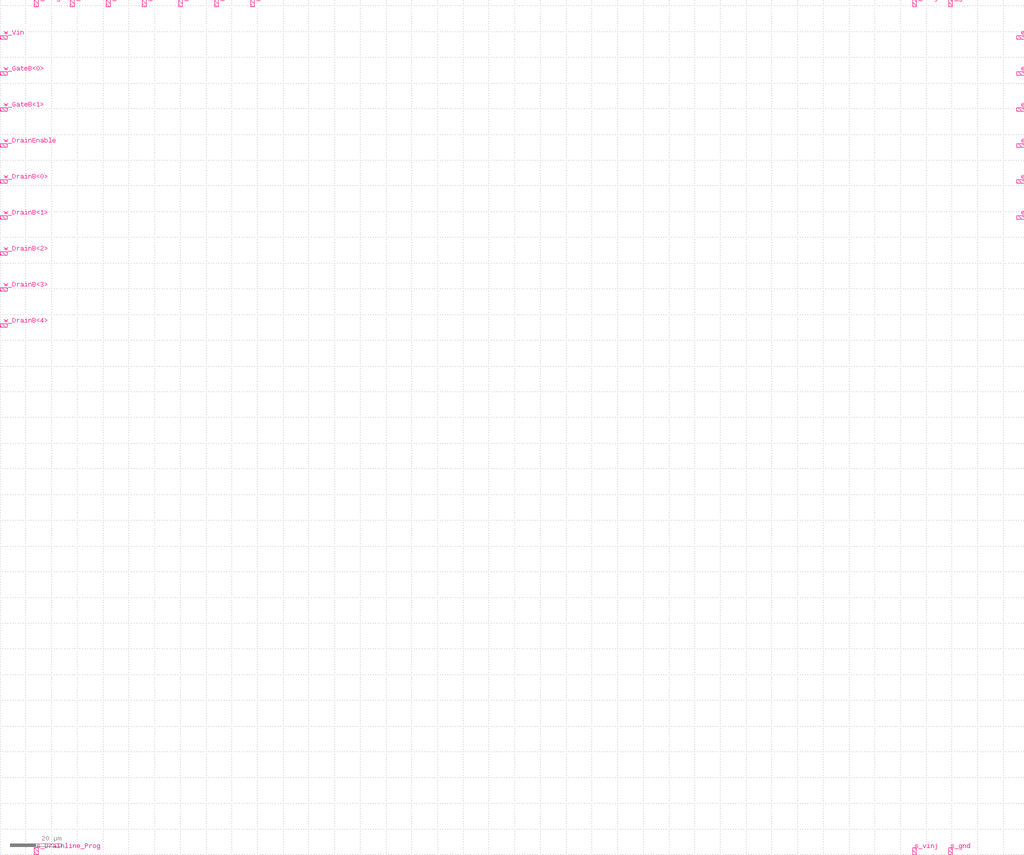
<source format=lef>
VERSION 5.5 ;
NAMESCASESENSITIVE ON ;
BUSBITCHARS "[]" ;
DIVIDERCHAR "/" ;

PROPERTYDEFINITIONS
  LAYER routingPitch REAL ;
END PROPERTYDEFINITIONS

UNITS
  DATABASE MICRONS 1000 ;
END UNITS
MANUFACTURINGGRID 0.01 ;
LAYER POLY1
  TYPE MASTERSLICE ;
END POLY1

LAYER CONT
  TYPE CUT ;
  SPACING 0.4 ;
END CONT

LAYER METAL1
  TYPE ROUTING ;
  DIRECTION HORIZONTAL ;
  PITCH 0 ;
  WIDTH 0.5 ;
  SPACING 0.45 ;
  PROPERTY routingPitch 1.25 ;
END METAL1

LAYER VIA12
  TYPE CUT ;
  SPACING 0.45 ;
END VIA12

LAYER METAL2
  TYPE ROUTING ;
  DIRECTION VERTICAL ;
  PITCH 0 ;
  WIDTH 0.6 ;
  SPACING 0.5 ;
  PROPERTY routingPitch 1.4 ;
END METAL2

LAYER VIA23
  TYPE CUT ;
  SPACING 0.45 ;
END VIA23

LAYER METAL3
  TYPE ROUTING ;
  DIRECTION HORIZONTAL ;
  PITCH 0 ;
  WIDTH 0.6 ;
  SPACING 0.5 ;
  PROPERTY routingPitch 1.25 ;
END METAL3

LAYER VIA34
  TYPE CUT ;
  SPACING 0.45 ;
END VIA34

LAYER METAL4
  TYPE ROUTING ;
  DIRECTION VERTICAL ;
  PITCH 0 ;
  WIDTH 0.6 ;
  SPACING 0.6 ;
  PROPERTY routingPitch 1.4 ;
END METAL4

LAYER OVERLAP
  TYPE OVERLAP ;
END OVERLAP

VIARULE M4_M3 GENERATE
  LAYER METAL3 ;
    ENCLOSURE 0.2 0.2 ;
  LAYER METAL4 ;
    ENCLOSURE 0.15 0.15 ;
  LAYER VIA34 ;
    RECT -0.25 -0.25 0.25 0.25 ;
    SPACING 1 BY 1 ;
END M4_M3

VIARULE M3_M2 GENERATE
  LAYER METAL2 ;
    ENCLOSURE 0.2 0.2 ;
  LAYER METAL3 ;
    ENCLOSURE 0.15 0.15 ;
  LAYER VIA23 ;
    RECT -0.25 -0.25 0.25 0.25 ;
    SPACING 1 BY 1 ;
END M3_M2

VIARULE M2_M1 GENERATE
  LAYER METAL1 ;
    ENCLOSURE 0.2 0.2 ;
  LAYER METAL2 ;
    ENCLOSURE 0.15 0.15 ;
  LAYER VIA12 ;
    RECT -0.25 -0.25 0.25 0.25 ;
    SPACING 1 BY 1 ;
END M2_M1

VIARULE M1_POLY1 GENERATE
  LAYER POLY1 ;
    ENCLOSURE 0.2 0.2 ;
  LAYER METAL1 ;
    ENCLOSURE 0.15 0.15 ;
  LAYER CONT ;
    RECT -0.2 -0.2 0.2 0.2 ;
    SPACING 1 BY 1 ;
END M1_POLY1

VIA M1_POLY1
  LAYER CONT ;
    RECT -0.2 -0.2 0.2 0.2 ;
  LAYER POLY1 ;
    RECT -0.4 -0.4 0.4 0.4 ;
  LAYER METAL1 ;
    RECT -0.35 -0.35 0.35 0.35 ;
END M1_POLY1

VIA M2_M1
  LAYER VIA12 ;
    RECT -0.25 -0.25 0.25 0.25 ;
  LAYER METAL2 ;
    RECT -0.4 -0.4 0.4 0.4 ;
  LAYER METAL1 ;
    RECT -0.45 -0.45 0.45 0.45 ;
END M2_M1

VIA M3_M2
  LAYER VIA23 ;
    RECT -0.25 -0.25 0.25 0.25 ;
  LAYER METAL3 ;
    RECT -0.4 -0.4 0.4 0.4 ;
  LAYER METAL2 ;
    RECT -0.45 -0.45 0.45 0.45 ;
END M3_M2

VIA M4_M3
  LAYER VIA34 ;
    RECT -0.25 -0.25 0.25 0.25 ;
  LAYER METAL4 ;
    RECT -0.4 -0.4 0.4 0.4 ;
  LAYER METAL3 ;
    RECT -0.45 -0.45 0.45 0.45 ;
END M4_M3


MACRO TSMC350nm_VinjDecode2to4_vtile_spacing
END TSMC350nm_VinjDecode2to4_vtile_spacing

MACRO TSMC350nm_VinjDecode2to4_vtile_bridge_spacing
END TSMC350nm_VinjDecode2to4_vtile_bridge_spacing

MACRO TSMC350nm_VinjDecode2to4_vtile_D_bridge
END TSMC350nm_VinjDecode2to4_vtile_D_bridge

MACRO TSMC350nm_VinjDecode2to4_vtile
  PIN Vinj
    DIRECTION INOUT ;
    USE SIGNAL ;
    PORT
      LAYER METAL1 ;
        RECT 7.78 11.04 9.06 11.45 ;
    END
  END Vinj
  PIN OUT<0>
    DIRECTION INOUT ;
    USE SIGNAL ;
    PORT
      LAYER METAL1 ;
        RECT 19.66 18.91 20.11 19.59 ;
    END
  END OUT<0>
  PIN OUT<1>
    DIRECTION INOUT ;
    USE SIGNAL ;
    PORT
      LAYER METAL1 ;
        RECT 19.66 13.41 20.12 14.1 ;
    END
  END OUT<1>
  PIN OUT<2>
    DIRECTION INOUT ;
    USE SIGNAL ;
    PORT
      LAYER METAL1 ;
        RECT 19.66 7.92 20.11 8.59 ;
    END
  END OUT<2>
  PIN OUT<3>
    DIRECTION INOUT ;
    USE SIGNAL ;
    PORT
      LAYER METAL1 ;
        RECT 19.66 2.41 20.11 3.09 ;
    END
  END OUT<3>
  PIN ENABLE
    DIRECTION INOUT ;
    USE SIGNAL ;
    PORT
      LAYER METAL1 ;
        RECT 0.01 3.48 0.71 4.21 ;
    END
  END ENABLE
  PIN GND
    DIRECTION INOUT ;
    USE SIGNAL ;
    PORT
      LAYER METAL1 ;
        RECT 19.52 5.0 20.12 5.99 ;
    END
  END GND
  PIN VINJ
    DIRECTION INOUT ;
    USE SIGNAL ;
    PORT
      LAYER METAL1 ;
        RECT 19.15 21.56 20.05 21.96 ;
    END
  END VINJ
  PIN IN<1>
    DIRECTION INOUT ;
    USE SIGNAL ;
    PORT
      LAYER METAL2 ;
        RECT 6.56 20.89 7.5 22.0 ;
    END
  END IN<1>
  PIN IN<0>
    DIRECTION INOUT ;
    USE SIGNAL ;
    PORT
      LAYER METAL2 ;
        RECT 3.9 20.96 4.5 22.0 ;
    END
  END IN<0>
END TSMC350nm_VinjDecode2to4_vtile

MACRO TSMC350nm_VinjDecode2to4_vtile_C_bridge
END TSMC350nm_VinjDecode2to4_vtile_C_bridge

MACRO TSMC350nm_VinjDecode2to4_vtile_B_bridge
END TSMC350nm_VinjDecode2to4_vtile_B_bridge

MACRO TSMC350nm_VinjDecode2to4_vtile_A_bridge
END TSMC350nm_VinjDecode2to4_vtile_A_bridge

MACRO TSMC350nm_drainSelect_progrundrains
  PIN prog_drain<3>
    DIRECTION INOUT ;
    USE SIGNAL ;
    PORT
      LAYER METAL1 ;
        RECT 30.93 0.93 31.86 1.43 ;
    END
  END prog_drain<3>
  PIN prog_drain<2>
    DIRECTION INOUT ;
    USE SIGNAL ;
    PORT
      LAYER METAL1 ;
        RECT 30.97 9.62 31.86 10.12 ;
    END
  END prog_drain<2>
  PIN prog_drain<1>
    DIRECTION INOUT ;
    USE SIGNAL ;
    PORT
      LAYER METAL1 ;
        RECT 31.0 13.97 31.86 14.47 ;
    END
  END prog_drain<1>
  PIN run_drain<3>
    DIRECTION INOUT ;
    USE SIGNAL ;
    PORT
      LAYER METAL1 ;
        RECT 31.01 2.45 31.86 2.95 ;
    END
  END run_drain<3>
  PIN run_drain<2>
    DIRECTION INOUT ;
    USE SIGNAL ;
    PORT
      LAYER METAL1 ;
        RECT 30.94 5.31 31.86 5.81 ;
    END
  END run_drain<2>
  PIN prog_drain<0>
    DIRECTION INOUT ;
    USE SIGNAL ;
    PORT
      LAYER METAL1 ;
        RECT 31.12 20.75 31.86 21.25 ;
    END
  END prog_drain<0>
  PIN GND
    DIRECTION INOUT ;
    USE SIGNAL ;
    PORT
      LAYER METAL2 ;
        RECT 4.19 21.33 4.99 22.0 ;
    END
  END GND
  PIN VINJ
    DIRECTION INOUT ;
    USE SIGNAL ;
    PORT
      LAYER METAL1 ;
        RECT 1.4 21.5 2.8 22.0 ;
    END
  END VINJ
  PIN run_drain<0>
    DIRECTION INOUT ;
    USE SIGNAL ;
    PORT
      LAYER METAL1 ;
        RECT 31.01 19.56 31.86 20.06 ;
    END
  END run_drain<0>
  PIN run_drain<1>
    DIRECTION INOUT ;
    USE SIGNAL ;
    PORT
      LAYER METAL1 ;
        RECT 31.04 16.75 31.86 17.24 ;
    END
  END run_drain<1>
  PIN SELECT<3>
    DIRECTION INOUT ;
    USE SIGNAL ;
    PORT
      LAYER METAL1 ;
        RECT 0.0 2.54 0.67 2.97 ;
    END
  END SELECT<3>
  PIN SELET<2>
    DIRECTION INOUT ;
    USE SIGNAL ;
    PORT
      LAYER METAL1 ;
        RECT 0.0 8.03 0.67 8.46 ;
    END
  END SELET<2>
  PIN SELECT<1>
    DIRECTION INOUT ;
    USE SIGNAL ;
    PORT
      LAYER METAL1 ;
        RECT 0.0 13.54 0.67 13.97 ;
    END
  END SELECT<1>
  PIN SELECT<0>
    DIRECTION INOUT ;
    USE SIGNAL ;
    PORT
      LAYER METAL1 ;
        RECT 0.0 18.9 0.67 19.6 ;
    END
  END SELECT<0>
  PIN VINJ_b
    DIRECTION INOUT ;
    USE SIGNAL ;
    PORT
      LAYER METAL2 ;
        RECT 21.94 0.0 23.29 0.58 ;
    END
  END VINJ_b
  PIN GND_b
    DIRECTION INOUT ;
    USE SIGNAL ;
    PORT
      LAYER METAL2 ;
        RECT 17.16 0.0 18.16 0.58 ;
    END
  END GND_b
  PIN run_drainrail
    DIRECTION INOUT ;
    USE SIGNAL ;
    PORT
      LAYER METAL2 ;
        RECT 27.01 21.19 27.71 22.0 ;
    END
  END run_drainrail
  PIN prog_drainrail
    DIRECTION INOUT ;
    USE SIGNAL ;
    PORT
      LAYER METAL2 ;
        RECT 7.36 21.34 8.16 22.0 ;
    END
  END prog_drainrail
END TSMC350nm_drainSelect_progrundrains

MACRO TSMC350nm_4TGate_ST_draincutoff
  PIN In<0>
    DIRECTION INOUT ;
    USE SIGNAL ;
    PORT
      LAYER METAL1 ;
        RECT 9.96 17.5 10.6 18.45 ;
    END
  END In<0>
  PIN In<1>
    DIRECTION INOUT ;
    USE SIGNAL ;
    PORT
      LAYER METAL1 ;
        RECT 9.91 14.7 10.6 15.93 ;
    END
  END In<1>
  PIN In<2>
    DIRECTION INOUT ;
    USE SIGNAL ;
    PORT
      LAYER METAL1 ;
        RECT 10.01 6.9 10.6 7.8 ;
    END
  END In<2>
  PIN In<3>
    DIRECTION INOUT ;
    USE SIGNAL ;
    PORT
      LAYER METAL1 ;
        RECT 10.02 3.5 10.6 4.3 ;
    END
  END In<3>
  PIN A<0>
    DIRECTION INOUT ;
    USE SIGNAL ;
    PORT
      LAYER METAL1 ;
        RECT 0.0 19.56 1.4 20.06 ;
    END
  END A<0>
  PIN A<1>
    DIRECTION INOUT ;
    USE SIGNAL ;
    PORT
      LAYER METAL1 ;
        RECT 0.0 16.75 1.4 17.25 ;
    END
  END A<1>
  PIN A<2>
    DIRECTION INOUT ;
    USE SIGNAL ;
    PORT
      LAYER METAL1 ;
        RECT 0.0 5.3 1.4 5.8 ;
    END
  END A<2>
  PIN A<3>
    DIRECTION INOUT ;
    USE SIGNAL ;
    PORT
      LAYER METAL1 ;
        RECT 0.0 2.45 1.4 2.95 ;
    END
  END A<3>
  PIN P<0>
    DIRECTION INOUT ;
    USE SIGNAL ;
    PORT
      LAYER METAL1 ;
        RECT 0.0 20.75 1.4 21.25 ;
    END
  END P<0>
  PIN P<1>
    DIRECTION INOUT ;
    USE SIGNAL ;
    PORT
      LAYER METAL1 ;
        RECT 0.0 13.97 1.4 14.47 ;
    END
  END P<1>
  PIN P<2>
    DIRECTION INOUT ;
    USE SIGNAL ;
    PORT
      LAYER METAL1 ;
        RECT 0.0 9.62 1.4 10.12 ;
    END
  END P<2>
  PIN P<3>
    DIRECTION INOUT ;
    USE SIGNAL ;
    PORT
      LAYER METAL1 ;
        RECT 0.0 0.93 1.4 1.43 ;
    END
  END P<3>
  PIN PR<0>
    DIRECTION INOUT ;
    USE SIGNAL ;
    PORT
      LAYER METAL1 ;
        RECT 10.0 20.3 10.6 21.25 ;
    END
  END PR<0>
  PIN PR<1>
    DIRECTION INOUT ;
    USE SIGNAL ;
    PORT
      LAYER METAL1 ;
        RECT 10.13 11.9 10.6 12.8 ;
    END
  END PR<1>
  PIN PR<2>
    DIRECTION INOUT ;
    USE SIGNAL ;
    PORT
      LAYER METAL1 ;
        RECT 10.0 9.4 10.6 10.3 ;
    END
  END PR<2>
  PIN PR<3>
    DIRECTION INOUT ;
    USE SIGNAL ;
    PORT
      LAYER METAL1 ;
        RECT 10.0 0.7 10.6 1.6 ;
    END
  END PR<3>
  PIN VDD_b
    DIRECTION INOUT ;
    USE SIGNAL ;
    PORT
      LAYER METAL2 ;
        RECT 7.89 0.0 8.79 0.54 ;
    END
  END VDD_b
  PIN RUN
    DIRECTION INOUT ;
    USE SIGNAL ;
    PORT
      LAYER METAL2 ;
        RECT 5.9 21.13 6.5 22.0 ;
    END
  END RUN
  PIN VDD
    DIRECTION INOUT ;
    USE SIGNAL ;
    PORT
      LAYER METAL2 ;
        RECT 7.89 21.3 8.79 22.0 ;
    END
  END VDD
  PIN GND
    DIRECTION INOUT ;
    USE SIGNAL ;
    PORT
      LAYER METAL2 ;
        RECT 3.35 21.3 4.25 22.0 ;
    END
  END GND
  PIN GND_b
    DIRECTION INOUT ;
    USE SIGNAL ;
    PORT
      LAYER METAL2 ;
        RECT 3.35 0.0 4.25 0.73 ;
    END
  END GND_b
  PIN RUN_b
    DIRECTION INOUT ;
    USE SIGNAL ;
    PORT
      LAYER METAL2 ;
        RECT 5.9 0.0 6.5 0.71 ;
    END
  END RUN_b
END TSMC350nm_4TGate_ST_draincutoff

MACRO TSMC350nm_IndirectSwitches
  PIN GND_T
    DIRECTION INOUT ;
    USE SIGNAL ;
    PORT
      LAYER METAL2 ;
        RECT 15.4 21.0 16.2 22.0 ;
    END
  END GND_T
  PIN VINJ_T
    DIRECTION INOUT ;
    USE SIGNAL ;
    PORT
      LAYER METAL2 ;
        RECT 6.3 21.04 7.32 22.0 ;
    END
  END VINJ_T
  PIN VDD<1>
    DIRECTION INOUT ;
    USE SIGNAL ;
    PORT
      LAYER METAL2 ;
        RECT 24.5 0.0 25.1 0.75 ;
    END
  END VDD<1>
  PIN VTUN
    DIRECTION INOUT ;
    USE SIGNAL ;
    PORT
      LAYER METAL2 ;
        RECT 13.3 0.0 13.9 0.82 ;
    END
  END VTUN
  PIN GND<0>
    DIRECTION INOUT ;
    USE SIGNAL ;
    PORT
      LAYER METAL2 ;
        RECT 11.2 0.0 11.8 0.85 ;
    END
  END GND<0>
  PIN GNDV<1>
    DIRECTION INOUT ;
    USE SIGNAL ;
    PORT
      LAYER METAL2 ;
        RECT 15.47 0.0 15.95 1.0 ;
    END
  END GNDV<1>
  PIN VINJ
    DIRECTION INOUT ;
    USE SIGNAL ;
    PORT
      LAYER METAL2 ;
        RECT 4.2 0.0 4.8 1.0 ;
    END
  END VINJ
  PIN VDD<0>
    DIRECTION INOUT ;
    USE SIGNAL ;
    PORT
      LAYER METAL2 ;
        RECT 2.1 0.0 2.7 1.09 ;
    END
  END VDD<0>
  PIN Vg<0>
    DIRECTION INOUT ;
    USE SIGNAL ;
    PORT
      LAYER METAL2 ;
        RECT 8.4 0.005 9.0 0.825 ;
    END
  END Vg<0>
  PIN CTRL_B<0>
    DIRECTION INOUT ;
    USE SIGNAL ;
    PORT
      LAYER METAL2 ;
        RECT 6.3 0.01 6.9 0.76 ;
    END
  END CTRL_B<0>
  PIN CTRL_B<1>
    DIRECTION INOUT ;
    USE SIGNAL ;
    PORT
      LAYER METAL2 ;
        RECT 20.3 0.01 20.9 0.75 ;
    END
  END CTRL_B<1>
  PIN Vg<1>
    DIRECTION INOUT ;
    USE SIGNAL ;
    PORT
      LAYER METAL2 ;
        RECT 18.2 0.0 18.8 0.76 ;
    END
  END Vg<1>
  PIN decode<0>
    DIRECTION INOUT ;
    USE SIGNAL ;
    PORT
      LAYER METAL2 ;
        RECT 3.46 21.16 4.8 22.0 ;
    END
  END decode<0>
  PIN RUN_IN<1>
    DIRECTION INOUT ;
    USE SIGNAL ;
    PORT
      LAYER METAL2 ;
        RECT 17.5 21.01 18.1 22.0 ;
    END
  END RUN_IN<1>
  PIN RUN_IN<0>
    DIRECTION INOUT ;
    USE SIGNAL ;
    PORT
      LAYER METAL2 ;
        RECT 10.5 20.9 11.1 22.0 ;
    END
  END RUN_IN<0>
  PIN VPWR<1>
    DIRECTION INOUT ;
    USE SIGNAL ;
    PORT
      LAYER METAL2 ;
        RECT 21.7 21.08 22.3 22.0 ;
    END
  END VPWR<1>
  PIN decode<1>
    DIRECTION INOUT ;
    USE SIGNAL ;
    PORT
      LAYER METAL2 ;
        RECT 23.8 21.09 25.0 22.0 ;
    END
  END decode<1>
  PIN VPWR<0>
    DIRECTION INOUT ;
    USE SIGNAL ;
    PORT
      LAYER METAL2 ;
        RECT 1.71 21.21 2.43 22.0 ;
    END
  END VPWR<0>
  PIN VTUN_T
    DIRECTION INOUT ;
    USE SIGNAL ;
    PORT
      LAYER METAL2 ;
        RECT 12.6 21.12 13.7 22.0 ;
    END
  END VTUN_T
  PIN vtun_l
    DIRECTION INOUT ;
    USE SIGNAL ;
    PORT
      LAYER METAL1 ;
        RECT 0.0 0.9 1.31 1.88 ;
    END
  END vtun_l
  PIN vtun_r
    DIRECTION INOUT ;
    USE SIGNAL ;
    PORT
      LAYER METAL1 ;
        RECT 26.17 0.9 27.46 2.17 ;
    END
  END vtun_r
  PIN vgsel_r
    DIRECTION INOUT ;
    USE SIGNAL ;
    PORT
      LAYER METAL1 ;
        RECT 26.52 3.15 27.46 4.45 ;
    END
  END vgsel_r
  PIN prog_r
    DIRECTION INOUT ;
    USE SIGNAL ;
    PORT
      LAYER METAL1 ;
        RECT 26.59 9.15 27.46 10.55 ;
    END
  END prog_r
  PIN run_r
    DIRECTION INOUT ;
    USE SIGNAL ;
    PORT
      LAYER METAL1 ;
        RECT 26.28 6.05 27.46 7.29 ;
    END
  END run_r
  PIN RUN
    DIRECTION INOUT ;
    USE SIGNAL ;
    PORT
      LAYER METAL1 ;
        RECT 0.0 6.05 0.91 7.29 ;
    END
  END RUN
  PIN PROG
    DIRECTION INOUT ;
    USE SIGNAL ;
    PORT
      LAYER METAL1 ;
        RECT 0.0 9.15 0.87 10.55 ;
    END
  END PROG
  PIN Vgsel
    DIRECTION INOUT ;
    USE SIGNAL ;
    PORT
      LAYER METAL1 ;
        RECT 0.0 3.72 0.91 4.45 ;
    END
  END Vgsel
END TSMC350nm_IndirectSwitches

MACRO TSMC350nm_VinjDecode2to4_htile
  PIN IN<1>
    DIRECTION INOUT ;
    USE SIGNAL ;
    PORT
      LAYER METAL1 ;
        RECT 0.0 11.85 0.9 12.74 ;
    END
  END IN<1>
  PIN IN<0>
    DIRECTION INOUT ;
    USE SIGNAL ;
    PORT
      LAYER METAL1 ;
        RECT 0.0 10.13 0.87 11.1 ;
    END
  END IN<0>
  PIN VINJ
    DIRECTION INOUT ;
    USE SIGNAL ;
    PORT
      LAYER METAL1 ;
        RECT 0.0 1.99 0.5 2.49 ;
    END
  END VINJ
  PIN GND
    DIRECTION INOUT ;
    USE SIGNAL ;
    PORT
      LAYER METAL1 ;
        RECT 0.0 6.99 0.51 7.49 ;
    END
  END GND
  PIN GND_b<1>
    DIRECTION INOUT ;
    USE SIGNAL ;
    PORT
      LAYER METAL2 ;
        RECT 40.32 0.0 40.92 1.79 ;
    END
  END GND_b<1>
  PIN VINJ_b<1>
    DIRECTION INOUT ;
    USE SIGNAL ;
    PORT
      LAYER METAL2 ;
        RECT 22.1 0.0 22.7 1.44 ;
    END
  END VINJ_b<1>
  PIN GND_b<0>
    DIRECTION INOUT ;
    USE SIGNAL ;
    PORT
      LAYER METAL2 ;
        RECT 18.85 0.0 19.45 1.41 ;
    END
  END GND_b<0>
  PIN VINJ_b<0>
    DIRECTION INOUT ;
    USE SIGNAL ;
    PORT
      LAYER METAL2 ;
        RECT 1.07 0.0 1.67 1.25 ;
    END
  END VINJ_b<0>
  PIN VINJV
    DIRECTION INOUT ;
    USE SIGNAL ;
    PORT
      LAYER METAL2 ;
        RECT 23.7 21.26 24.31 22.0 ;
    END
  END VINJV
  PIN GNDV
    DIRECTION INOUT ;
    USE SIGNAL ;
    PORT
      LAYER METAL2 ;
        RECT 25.84 21.28 26.44 22.0 ;
    END
  END GNDV
  PIN RUN_OUT<3>
    DIRECTION INOUT ;
    USE SIGNAL ;
    PORT
      LAYER METAL2 ;
        RECT 34.39 0.0 35.19 0.86 ;
    END
  END RUN_OUT<3>
  PIN RUN_OUT<2>
    DIRECTION INOUT ;
    USE SIGNAL ;
    PORT
      LAYER METAL2 ;
        RECT 28.77 0.0 29.57 0.86 ;
    END
  END RUN_OUT<2>
  PIN RUN_OUT<1>
    DIRECTION INOUT ;
    USE SIGNAL ;
    PORT
      LAYER METAL2 ;
        RECT 13.5 0.0 14.1 0.86 ;
    END
  END RUN_OUT<1>
  PIN RUN_OUT<0>
    DIRECTION INOUT ;
    USE SIGNAL ;
    PORT
      LAYER METAL2 ;
        RECT 7.34 0.0 8.14 0.86 ;
    END
  END RUN_OUT<0>
  PIN ENABLE
    DIRECTION INOUT ;
    USE SIGNAL ;
    PORT
      LAYER METAL2 ;
        RECT 6.29 21.66 6.89 22.0 ;
    END
  END ENABLE
  PIN OUT<2>
    DIRECTION INOUT ;
    USE SIGNAL ;
    PORT
      LAYER METAL2 ;
        RECT 25.28 0.0 25.87 0.87 ;
    END
  END OUT<2>
  PIN OUT<3>
    DIRECTION INOUT ;
    USE SIGNAL ;
    PORT
      LAYER METAL2 ;
        RECT 37.14 0.0 37.73 0.83 ;
    END
  END OUT<3>
  PIN OUT<0>
    DIRECTION INOUT ;
    USE SIGNAL ;
    PORT
      LAYER METAL2 ;
        RECT 4.27 0.0 4.87 0.86 ;
    END
  END OUT<0>
  PIN OUT<1>
    DIRECTION INOUT ;
    USE SIGNAL ;
    PORT
      LAYER METAL2 ;
        RECT 16.14 0.0 16.72 0.85 ;
    END
  END OUT<1>
  PIN VGRUN<0>
    DIRECTION INOUT ;
    USE SIGNAL ;
    PORT
      LAYER METAL2 ;
        RECT 9.1 21.59 9.7 22.0 ;
    END
  END VGRUN<0>
  PIN VGRUN<1>
    DIRECTION INOUT ;
    USE SIGNAL ;
    PORT
      LAYER METAL2 ;
        RECT 11.2 21.6 11.8 22.0 ;
    END
  END VGRUN<1>
  PIN VGRUN<2>
    DIRECTION INOUT ;
    USE SIGNAL ;
    PORT
      LAYER METAL2 ;
        RECT 28.7 21.71 29.3 22.0 ;
    END
  END VGRUN<2>
  PIN VGRUN<3>
    DIRECTION INOUT ;
    USE SIGNAL ;
    PORT
      LAYER METAL2 ;
        RECT 33.6 21.54 34.2 22.0 ;
    END
  END VGRUN<3>
END TSMC350nm_VinjDecode2to4_htile

MACRO TSMC350nm_TA2Cell_Weak
  PIN Vg_b<1>
    DIRECTION INOUT ;
    USE SIGNAL ;
    PORT
      LAYER METAL2 ;
        RECT 30.1 0.0 31.5 1.4 ;
    END
  END Vg_b<1>
  PIN RUN_b
    DIRECTION INOUT ;
    USE SIGNAL ;
    PORT
      LAYER METAL2 ;
        RECT 24.5 0.0 25.9 1.4 ;
    END
  END RUN_b
  PIN GND_b
    DIRECTION INOUT ;
    USE SIGNAL ;
    PORT
      LAYER METAL2 ;
        RECT 142.1 0.0 143.5 1.4 ;
    END
  END GND_b
  PIN Vsel<0>
    DIRECTION INOUT ;
    USE SIGNAL ;
    PORT
      LAYER METAL2 ;
        RECT 101.5 20.6 102.9 22.0 ;
    END
  END Vsel<0>
  PIN VPWR_b
    DIRECTION INOUT ;
    USE SIGNAL ;
    PORT
      LAYER METAL2 ;
        RECT 156.1 0.0 157.5 1.4 ;
    END
  END VPWR_b
  PIN VINJ_b
    DIRECTION INOUT ;
    USE SIGNAL ;
    PORT
      LAYER METAL2 ;
        RECT 107.1 0.0 108.5 1.4 ;
    END
  END VINJ_b
  PIN VTUN_b
    DIRECTION INOUT ;
    USE SIGNAL ;
    PORT
      LAYER METAL2 ;
        RECT 65.1 0.0 66.5 1.4 ;
    END
  END VTUN_b
  PIN Vsel_b<0>
    DIRECTION INOUT ;
    USE SIGNAL ;
    PORT
      LAYER METAL2 ;
        RECT 101.5 0.0 102.9 1.4 ;
    END
  END Vsel_b<0>
  PIN Vg<1>
    DIRECTION INOUT ;
    USE SIGNAL ;
    PORT
      LAYER METAL2 ;
        RECT 30.1 20.6 31.5 22.0 ;
    END
  END Vg<1>
  PIN PROG_b
    DIRECTION INOUT ;
    USE SIGNAL ;
    PORT
      LAYER METAL2 ;
        RECT 37.1 0.0 38.5 1.4 ;
    END
  END PROG_b
  PIN Vsel<1>
    DIRECTION INOUT ;
    USE SIGNAL ;
    PORT
      LAYER METAL2 ;
        RECT 4.9 20.6 6.3 22.0 ;
    END
  END Vsel<1>
  PIN VPWR
    DIRECTION INOUT ;
    USE SIGNAL ;
    PORT
      LAYER METAL2 ;
        RECT 156.1 20.6 157.5 22.0 ;
    END
  END VPWR
  PIN GND
    DIRECTION INOUT ;
    USE SIGNAL ;
    PORT
      LAYER METAL2 ;
        RECT 142.1 20.6 143.5 22.0 ;
    END
  END GND
  PIN VINJ
    DIRECTION INOUT ;
    USE SIGNAL ;
    PORT
      LAYER METAL2 ;
        RECT 107.1 20.6 108.5 22.0 ;
    END
  END VINJ
  PIN Vg_b<0>
    DIRECTION INOUT ;
    USE SIGNAL ;
    PORT
      LAYER METAL2 ;
        RECT 73.5 0.0 74.9 1.4 ;
    END
  END Vg_b<0>
  PIN Vsel_b<1>
    DIRECTION INOUT ;
    USE SIGNAL ;
    PORT
      LAYER METAL2 ;
        RECT 4.9 0.0 6.3 1.4 ;
    END
  END Vsel_b<1>
  PIN VTUN
    DIRECTION INOUT ;
    USE SIGNAL ;
    PORT
      LAYER METAL2 ;
        RECT 65.1 20.6 66.5 22.0 ;
    END
  END VTUN
  PIN RUN
    DIRECTION INOUT ;
    USE SIGNAL ;
    PORT
      LAYER METAL2 ;
        RECT 24.5 20.6 25.9 22.0 ;
    END
  END RUN
  PIN PROG
    DIRECTION INOUT ;
    USE SIGNAL ;
    PORT
      LAYER METAL2 ;
        RECT 37.1 20.6 38.5 22.0 ;
    END
  END PROG
  PIN Vg<0>
    DIRECTION INOUT ;
    USE SIGNAL ;
    PORT
      LAYER METAL2 ;
        RECT 73.5 20.6 74.9 22.0 ;
    END
  END Vg<0>
  PIN VIN1_PLUS
    DIRECTION INOUT ;
    USE SIGNAL ;
    PORT
      LAYER METAL1 ;
        RECT 0.0 14.7 1.4 16.1 ;
    END
  END VIN1_PLUS
  PIN VIN2_MINUS
    DIRECTION INOUT ;
    USE SIGNAL ;
    PORT
      LAYER METAL1 ;
        RECT 0.0 6.3 1.4 7.7 ;
    END
  END VIN2_MINUS
  PIN VIN2_PLUS
    DIRECTION INOUT ;
    USE SIGNAL ;
    PORT
      LAYER METAL1 ;
        RECT 0.0 9.1 1.4 10.5 ;
    END
  END VIN2_PLUS
  PIN VIN1_MINUS
    DIRECTION INOUT ;
    USE SIGNAL ;
    PORT
      LAYER METAL1 ;
        RECT 0.0 11.9 1.4 13.3 ;
    END
  END VIN1_MINUS
  PIN VD_P<1>
    DIRECTION INOUT ;
    USE SIGNAL ;
    PORT
      LAYER METAL1 ;
        RECT 0.0 2.1 1.4 3.5 ;
    END
  END VD_P<1>
  PIN OUTPUT<1>
    DIRECTION INOUT ;
    USE SIGNAL ;
    PORT
      LAYER METAL1 ;
        RECT 166.56 9.1 167.96 10.5 ;
    END
  END OUTPUT<1>
  PIN OUTPUT<0>
    DIRECTION INOUT ;
    USE SIGNAL ;
    PORT
      LAYER METAL1 ;
        RECT 166.56 11.9 167.96 13.3 ;
    END
  END OUTPUT<0>
  PIN VD_P<0>
    DIRECTION INOUT ;
    USE SIGNAL ;
    PORT
      LAYER METAL1 ;
        RECT 0.0 17.5 1.4 18.9 ;
    END
  END VD_P<0>
END TSMC350nm_TA2Cell_Weak

MACRO tile_analog_frame
  PIN n_Prog
    DIRECTION INOUT ;
    USE SIGNAL ;
    PORT
      LAYER METAL3 ;
        RECT 13.3 329.6 14.7 332.4 ;
    END
  END n_Prog
  PIN n_Run
    DIRECTION INOUT ;
    USE SIGNAL ;
    PORT
      LAYER METAL3 ;
        RECT 27.3 329.6 28.7 332.4 ;
    END
  END n_Run
  PIN n_VGRUN
    DIRECTION INOUT ;
    USE SIGNAL ;
    PORT
      LAYER METAL3 ;
        RECT 41.3 329.6 42.7 332.4 ;
    END
  END n_VGRUN
  PIN n_VGPROG
    DIRECTION INOUT ;
    USE SIGNAL ;
    PORT
      LAYER METAL3 ;
        RECT 55.3 329.6 56.7 332.4 ;
    END
  END n_VGPROG
  PIN n_VTUN
    DIRECTION INOUT ;
    USE SIGNAL ;
    PORT
      LAYER METAL3 ;
        RECT 69.3 329.6 70.7 332.4 ;
    END
  END n_VTUN
  PIN n_AVDD
    DIRECTION INOUT ;
    USE SIGNAL ;
    PORT
      LAYER METAL3 ;
        RECT 83.3 329.6 84.7 332.4 ;
    END
  END n_AVDD
  PIN n_gnd
    DIRECTION INOUT ;
    USE SIGNAL ;
    PORT
      LAYER METAL3 ;
        RECT 368.68 329.6 370.08 332.4 ;
    END
  END n_gnd
  PIN n_vinj
    DIRECTION INOUT ;
    USE SIGNAL ;
    PORT
      LAYER METAL3 ;
        RECT 354.68 329.6 356.08 332.4 ;
    END
  END n_vinj
  PIN n_GateEnable
    DIRECTION INOUT ;
    USE SIGNAL ;
    PORT
      LAYER METAL3 ;
        RECT 97.3 329.6 98.7 332.4 ;
    END
  END n_GateEnable
  PIN e_Vout
    DIRECTION INOUT ;
    USE SIGNAL ;
    PORT
      LAYER METAL3 ;
        RECT 395.28 317.0 398.08 318.4 ;
    END
  END e_Vout
  PIN e_Vout_Buf<0>
    DIRECTION INOUT ;
    USE SIGNAL ;
    PORT
      LAYER METAL3 ;
        RECT 395.28 303.0 398.08 304.4 ;
    END
  END e_Vout_Buf<0>
  PIN e_Vout_Buf<1>
    DIRECTION INOUT ;
    USE SIGNAL ;
    PORT
      LAYER METAL3 ;
        RECT 395.28 289.0 398.08 290.4 ;
    END
  END e_Vout_Buf<1>
  PIN e_Vout_Buf<2>
    DIRECTION INOUT ;
    USE SIGNAL ;
    PORT
      LAYER METAL3 ;
        RECT 395.28 275.0 398.08 276.4 ;
    END
  END e_Vout_Buf<2>
  PIN e_Vout_Buf<3>
    DIRECTION INOUT ;
    USE SIGNAL ;
    PORT
      LAYER METAL3 ;
        RECT 395.28 261.0 398.08 262.4 ;
    END
  END e_Vout_Buf<3>
  PIN e_Vout_Buf<4>
    DIRECTION INOUT ;
    USE SIGNAL ;
    PORT
      LAYER METAL3 ;
        RECT 395.28 247.0 398.08 248.4 ;
    END
  END e_Vout_Buf<4>
  PIN s_gnd
    DIRECTION INOUT ;
    USE SIGNAL ;
    PORT
      LAYER METAL3 ;
        RECT 368.68 0.0 370.08 2.8 ;
    END
  END s_gnd
  PIN s_vinj
    DIRECTION INOUT ;
    USE SIGNAL ;
    PORT
      LAYER METAL3 ;
        RECT 354.68 0.0 356.08 2.8 ;
    END
  END s_vinj
  PIN s_Drainline_Prog
    DIRECTION INOUT ;
    USE SIGNAL ;
    PORT
      LAYER METAL3 ;
        RECT 13.3 0.0 14.7 2.8 ;
    END
  END s_Drainline_Prog
  PIN w_Vin
    DIRECTION INOUT ;
    USE SIGNAL ;
    PORT
      LAYER METAL3 ;
        RECT 0.0 317.0 2.8 318.4 ;
    END
  END w_Vin
  PIN w_GateB<0>
    DIRECTION INOUT ;
    USE SIGNAL ;
    PORT
      LAYER METAL3 ;
        RECT 0.0 303.0 2.8 304.4 ;
    END
  END w_GateB<0>
  PIN w_GateB<1>
    DIRECTION INOUT ;
    USE SIGNAL ;
    PORT
      LAYER METAL3 ;
        RECT 0.0 289.0 2.8 290.4 ;
    END
  END w_GateB<1>
  PIN w_DrainEnable
    DIRECTION INOUT ;
    USE SIGNAL ;
    PORT
      LAYER METAL3 ;
        RECT 0.0 275.0 2.8 276.4 ;
    END
  END w_DrainEnable
  PIN w_DrainB<0>
    DIRECTION INOUT ;
    USE SIGNAL ;
    PORT
      LAYER METAL3 ;
        RECT 0.0 261.0 2.8 262.4 ;
    END
  END w_DrainB<0>
  PIN w_DrainB<1>
    DIRECTION INOUT ;
    USE SIGNAL ;
    PORT
      LAYER METAL3 ;
        RECT 0.0 247.0 2.8 248.4 ;
    END
  END w_DrainB<1>
  PIN w_DrainB<2>
    DIRECTION INOUT ;
    USE SIGNAL ;
    PORT
      LAYER METAL3 ;
        RECT 0.0 233.0 2.8 234.4 ;
    END
  END w_DrainB<2>
  PIN w_DrainB<3>
    DIRECTION INOUT ;
    USE SIGNAL ;
    PORT
      LAYER METAL3 ;
        RECT 0.0 219.0 2.8 220.4 ;
    END
  END w_DrainB<3>
  PIN w_DrainB<4>
    DIRECTION INOUT ;
    USE SIGNAL ;
    PORT
      LAYER METAL3 ;
        RECT 0.0 205.0 2.8 206.4 ;
    END
  END w_DrainB<4>
END tile_analog_frame

END LIBRARY
</source>
